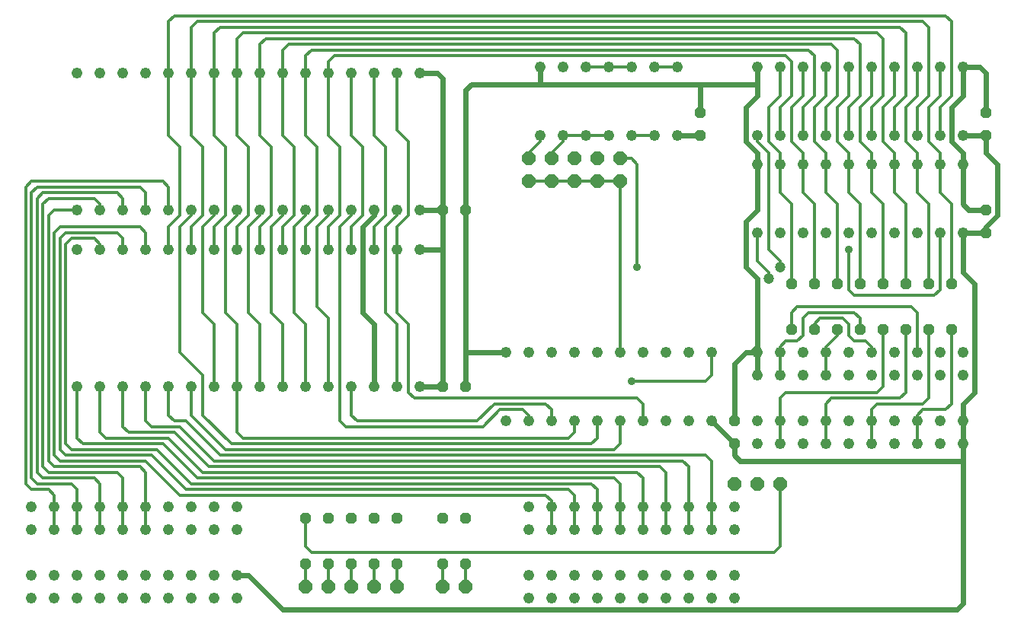
<source format=gbl>
G75*
%MOIN*%
%OFA0B0*%
%FSLAX24Y24*%
%IPPOS*%
%LPD*%
%AMOC8*
5,1,8,0,0,1.08239X$1,22.5*
%
%ADD10C,0.0480*%
%ADD11OC8,0.0600*%
%ADD12OC8,0.0480*%
%ADD13C,0.0240*%
%ADD14C,0.0120*%
%ADD15C,0.0354*%
%ADD16C,0.0472*%
D10*
X000850Y001100D03*
X000850Y002100D03*
X001850Y002100D03*
X002850Y002100D03*
X003850Y002100D03*
X003850Y001100D03*
X002850Y001100D03*
X001850Y001100D03*
X004850Y001100D03*
X005850Y001100D03*
X006850Y001100D03*
X007850Y001100D03*
X007850Y002100D03*
X006850Y002100D03*
X005850Y002100D03*
X004850Y002100D03*
X004850Y004100D03*
X005850Y004100D03*
X006850Y004100D03*
X007850Y004100D03*
X007850Y005100D03*
X006850Y005100D03*
X005850Y005100D03*
X004850Y005100D03*
X003850Y005100D03*
X002850Y005100D03*
X001850Y005100D03*
X001850Y004100D03*
X002850Y004100D03*
X003850Y004100D03*
X000850Y004100D03*
X000850Y005100D03*
X008850Y005100D03*
X009850Y005100D03*
X009850Y004100D03*
X008850Y004100D03*
X008850Y002100D03*
X009850Y002100D03*
X009850Y001100D03*
X008850Y001100D03*
X021600Y008850D03*
X022600Y008850D03*
X023600Y008850D03*
X024600Y008850D03*
X025600Y008850D03*
X026600Y008850D03*
X027600Y008850D03*
X028600Y008850D03*
X029600Y008850D03*
X030600Y008850D03*
X032600Y008850D03*
X033600Y008850D03*
X034600Y008850D03*
X035600Y008850D03*
X036600Y008850D03*
X037600Y008850D03*
X038600Y008850D03*
X039600Y008850D03*
X040600Y008850D03*
X041600Y008850D03*
X041600Y007850D03*
X040600Y007850D03*
X039600Y007850D03*
X038600Y007850D03*
X037600Y007850D03*
X036600Y007850D03*
X035600Y007850D03*
X034600Y007850D03*
X033600Y007850D03*
X032600Y007850D03*
X031600Y005100D03*
X030600Y005100D03*
X029600Y005100D03*
X028600Y005100D03*
X028600Y004100D03*
X029600Y004100D03*
X030600Y004100D03*
X031600Y004100D03*
X031600Y002100D03*
X030600Y002100D03*
X029600Y002100D03*
X028600Y002100D03*
X028600Y001100D03*
X029600Y001100D03*
X030600Y001100D03*
X031600Y001100D03*
X027600Y001100D03*
X026600Y001100D03*
X025600Y001100D03*
X025600Y002100D03*
X026600Y002100D03*
X027600Y002100D03*
X024600Y002100D03*
X023600Y002100D03*
X022600Y002100D03*
X022600Y001100D03*
X023600Y001100D03*
X024600Y001100D03*
X024600Y004100D03*
X023600Y004100D03*
X022600Y004100D03*
X022600Y005100D03*
X023600Y005100D03*
X024600Y005100D03*
X025600Y005100D03*
X026600Y005100D03*
X027600Y005100D03*
X027600Y004100D03*
X026600Y004100D03*
X025600Y004100D03*
X017850Y010350D03*
X016850Y010350D03*
X015850Y010350D03*
X014850Y010350D03*
X013850Y010350D03*
X012850Y010350D03*
X011850Y010350D03*
X010850Y010350D03*
X009850Y010350D03*
X008850Y010350D03*
X007850Y010350D03*
X006850Y010350D03*
X005850Y010350D03*
X004850Y010350D03*
X003850Y010350D03*
X002850Y010350D03*
X002850Y016350D03*
X003850Y016350D03*
X004850Y016350D03*
X005850Y016350D03*
X006850Y016350D03*
X007850Y016350D03*
X008850Y016350D03*
X009850Y016350D03*
X010850Y016350D03*
X011850Y016350D03*
X012850Y016350D03*
X013850Y016350D03*
X014850Y016350D03*
X015850Y016350D03*
X016850Y016350D03*
X017850Y016350D03*
X017850Y018100D03*
X016850Y018100D03*
X015850Y018100D03*
X014850Y018100D03*
X013850Y018100D03*
X012850Y018100D03*
X011850Y018100D03*
X010850Y018100D03*
X009850Y018100D03*
X008850Y018100D03*
X007850Y018100D03*
X006850Y018100D03*
X005850Y018100D03*
X004850Y018100D03*
X003850Y018100D03*
X002850Y018100D03*
X002850Y024100D03*
X003850Y024100D03*
X004850Y024100D03*
X005850Y024100D03*
X006850Y024100D03*
X007850Y024100D03*
X008850Y024100D03*
X009850Y024100D03*
X010850Y024100D03*
X011850Y024100D03*
X012850Y024100D03*
X013850Y024100D03*
X014850Y024100D03*
X015850Y024100D03*
X016850Y024100D03*
X017850Y024100D03*
X023100Y024350D03*
X024100Y024350D03*
X025100Y024350D03*
X026100Y024350D03*
X027100Y024350D03*
X028100Y024350D03*
X029100Y024350D03*
X032600Y024350D03*
X033600Y024350D03*
X034600Y024350D03*
X035600Y024350D03*
X036600Y024350D03*
X037600Y024350D03*
X038600Y024350D03*
X039600Y024350D03*
X040600Y024350D03*
X041600Y024350D03*
X041600Y021350D03*
X040600Y021350D03*
X039600Y021350D03*
X038600Y021350D03*
X037600Y021350D03*
X036600Y021350D03*
X035600Y021350D03*
X034600Y021350D03*
X033600Y021350D03*
X032600Y021350D03*
X032600Y020100D03*
X033600Y020100D03*
X034600Y020100D03*
X035600Y020100D03*
X036600Y020100D03*
X037600Y020100D03*
X038600Y020100D03*
X039600Y020100D03*
X040600Y020100D03*
X041600Y020100D03*
X041600Y017100D03*
X040600Y017100D03*
X039600Y017100D03*
X038600Y017100D03*
X037600Y017100D03*
X036600Y017100D03*
X035600Y017100D03*
X034600Y017100D03*
X033600Y017100D03*
X032600Y017100D03*
X029100Y021350D03*
X028100Y021350D03*
X027100Y021350D03*
X026100Y021350D03*
X025100Y021350D03*
X024100Y021350D03*
X023100Y021350D03*
X022600Y011850D03*
X021600Y011850D03*
X023600Y011850D03*
X024600Y011850D03*
X025600Y011850D03*
X026600Y011850D03*
X027600Y011850D03*
X028600Y011850D03*
X029600Y011850D03*
X030600Y011850D03*
X032600Y011850D03*
X033600Y011850D03*
X034600Y011850D03*
X035600Y011850D03*
X035600Y010850D03*
X034600Y010850D03*
X033600Y010850D03*
X032600Y010850D03*
X036600Y010850D03*
X037600Y010850D03*
X038600Y010850D03*
X038600Y011850D03*
X037600Y011850D03*
X036600Y011850D03*
X039600Y011850D03*
X040600Y011850D03*
X041600Y011850D03*
X041600Y010850D03*
X040600Y010850D03*
X039600Y010850D03*
D11*
X033600Y006100D03*
X032600Y006100D03*
X031600Y006100D03*
X019850Y001600D03*
X018850Y001600D03*
X016850Y001600D03*
X015850Y001600D03*
X014850Y001600D03*
X013850Y001600D03*
X012850Y001600D03*
X022600Y019350D03*
X023600Y019350D03*
X024600Y019350D03*
X025600Y019350D03*
X026600Y019350D03*
X026600Y020350D03*
X025600Y020350D03*
X024600Y020350D03*
X023600Y020350D03*
X022600Y020350D03*
D12*
X019850Y018100D03*
X018850Y018100D03*
X030100Y021350D03*
X030100Y022350D03*
X034100Y014850D03*
X035100Y014850D03*
X036100Y014850D03*
X037100Y014850D03*
X038100Y014850D03*
X039100Y014850D03*
X040100Y014850D03*
X041100Y014850D03*
X041100Y012850D03*
X040100Y012850D03*
X039100Y012850D03*
X038100Y012850D03*
X037100Y012850D03*
X036100Y012850D03*
X035100Y012850D03*
X034100Y012850D03*
X031600Y008850D03*
X031600Y007850D03*
X019850Y010350D03*
X018850Y010350D03*
X018850Y004600D03*
X019850Y004600D03*
X019850Y002600D03*
X018850Y002600D03*
X016850Y002600D03*
X015850Y002600D03*
X014850Y002600D03*
X013850Y002600D03*
X012850Y002600D03*
X012850Y004600D03*
X013850Y004600D03*
X014850Y004600D03*
X015850Y004600D03*
X016850Y004600D03*
X042600Y017100D03*
X042600Y018100D03*
X042600Y021350D03*
X042600Y022350D03*
D13*
X042600Y024100D01*
X042350Y024350D01*
X041600Y024350D01*
X041600Y023100D01*
X041100Y022600D01*
X041100Y021100D01*
X041600Y020600D01*
X041600Y020100D01*
X041600Y018350D01*
X041850Y018100D01*
X042600Y018100D01*
X043100Y017850D02*
X043100Y020100D01*
X042600Y020600D01*
X042600Y021350D01*
X041600Y021350D01*
X043100Y017850D02*
X042600Y017350D01*
X042600Y017100D01*
X041600Y017100D01*
X041600Y015350D01*
X042100Y014850D01*
X042100Y010100D01*
X041600Y009600D01*
X041600Y008850D01*
X041600Y007850D01*
X041600Y007100D01*
X031850Y007100D01*
X031600Y007350D01*
X031600Y007850D01*
X030600Y008850D01*
X031600Y008850D02*
X031600Y011350D01*
X032100Y011850D01*
X032350Y011850D01*
X032600Y012100D01*
X032600Y011850D01*
X032600Y010850D01*
X032600Y012100D02*
X032600Y015100D01*
X032100Y015600D01*
X032100Y017600D01*
X032600Y018100D01*
X032600Y020100D01*
X032600Y020600D01*
X032100Y021100D01*
X032100Y022600D01*
X032600Y023100D01*
X032600Y023600D01*
X032600Y024350D01*
X032600Y023600D02*
X030100Y023600D01*
X030100Y022350D01*
X030100Y021350D02*
X029100Y021350D01*
X030100Y023600D02*
X023100Y023600D01*
X023100Y024350D01*
X023100Y023600D02*
X020100Y023600D01*
X019850Y023350D01*
X019850Y018100D01*
X019850Y011850D01*
X021600Y011850D01*
X019850Y011850D02*
X019850Y010350D01*
X018850Y010350D02*
X017850Y010350D01*
X018850Y010350D02*
X018850Y016350D01*
X017850Y016350D01*
X018850Y016350D02*
X018850Y018100D01*
X018850Y023850D01*
X018600Y024100D01*
X017850Y024100D01*
X017850Y018100D02*
X018850Y018100D01*
X015850Y018100D02*
X015850Y017850D01*
X015350Y017350D01*
X015350Y013600D01*
X015850Y013100D01*
X015850Y010350D01*
X010350Y002100D02*
X009850Y002100D01*
X010350Y002100D02*
X011850Y000600D01*
X041350Y000600D01*
X041600Y000850D01*
X041600Y007100D01*
D14*
X039600Y007850D02*
X039600Y008850D01*
X039600Y009100D01*
X039850Y009350D01*
X040850Y009350D01*
X041100Y009600D01*
X041100Y012850D01*
X040100Y012850D02*
X040100Y009850D01*
X039850Y009600D01*
X037850Y009600D01*
X037600Y009350D01*
X037600Y008850D01*
X037600Y007850D01*
X035600Y007850D02*
X035600Y008850D01*
X035600Y009600D01*
X035850Y009850D01*
X038850Y009850D01*
X039100Y010100D01*
X039100Y012850D01*
X038100Y012850D02*
X038100Y010350D01*
X037850Y010100D01*
X033850Y010100D01*
X033600Y009850D01*
X033600Y008850D01*
X033600Y007850D01*
X033600Y006100D02*
X033600Y003350D01*
X033350Y003100D01*
X013100Y003100D01*
X012850Y003350D01*
X012850Y004600D01*
X012850Y002600D02*
X012850Y001600D01*
X013850Y001600D02*
X013850Y002600D01*
X014850Y002600D02*
X014850Y001600D01*
X015850Y001600D02*
X015850Y002600D01*
X016850Y002600D02*
X016850Y001600D01*
X018850Y001600D02*
X018850Y002600D01*
X019850Y002600D02*
X019850Y001600D01*
X023600Y004100D02*
X023600Y005100D01*
X023600Y005350D01*
X023350Y005600D01*
X007350Y005600D01*
X005850Y007100D01*
X002100Y007100D01*
X001850Y007350D01*
X001850Y017100D01*
X002100Y017350D01*
X005600Y017350D01*
X005850Y017100D01*
X005850Y016350D01*
X004850Y016350D02*
X004850Y016850D01*
X004600Y017100D01*
X002350Y017100D01*
X002100Y016850D01*
X002100Y007600D01*
X002350Y007350D01*
X006100Y007350D01*
X007600Y005850D01*
X024350Y005850D01*
X024600Y005600D01*
X024600Y005100D01*
X024600Y004100D01*
X025600Y004100D02*
X025600Y005100D01*
X025600Y005850D01*
X025350Y006100D01*
X007850Y006100D01*
X006350Y007600D01*
X002600Y007600D01*
X002350Y007850D01*
X002350Y016600D01*
X002600Y016850D01*
X003600Y016850D01*
X003850Y016600D01*
X003850Y016350D01*
X001850Y018100D02*
X001600Y017850D01*
X001600Y007100D01*
X001850Y006850D01*
X005600Y006850D01*
X005850Y006600D01*
X005850Y005100D01*
X005850Y004100D01*
X004850Y004100D02*
X004850Y005100D01*
X004850Y006350D01*
X004600Y006600D01*
X001600Y006600D01*
X001350Y006850D01*
X001350Y018350D01*
X001600Y018600D01*
X003600Y018600D01*
X003850Y018350D01*
X003850Y018100D01*
X002850Y018100D02*
X001850Y018100D01*
X001100Y018600D02*
X001350Y018850D01*
X004600Y018850D01*
X004850Y018600D01*
X004850Y018100D01*
X005850Y018100D02*
X005850Y018850D01*
X005600Y019100D01*
X001100Y019100D01*
X000850Y018850D01*
X000850Y006350D01*
X001100Y006100D01*
X002600Y006100D01*
X002850Y005850D01*
X002850Y005100D01*
X002850Y004100D01*
X001850Y004100D02*
X001850Y005100D01*
X001850Y005600D01*
X001600Y005850D01*
X000850Y005850D01*
X000600Y006100D01*
X000600Y019100D01*
X000850Y019350D01*
X006600Y019350D01*
X006850Y019100D01*
X006850Y018100D01*
X007350Y017850D02*
X006850Y017350D01*
X006850Y016350D01*
X007850Y016350D02*
X007850Y017350D01*
X008350Y017850D01*
X008350Y020850D01*
X007850Y021350D01*
X007850Y024100D01*
X007850Y026100D01*
X008100Y026350D01*
X039850Y026350D01*
X040100Y026100D01*
X040100Y023100D01*
X039600Y022600D01*
X039600Y021350D01*
X040100Y021100D02*
X040600Y020600D01*
X040600Y020100D01*
X040600Y018850D01*
X041100Y018350D01*
X041100Y014850D01*
X040600Y014600D02*
X040350Y014350D01*
X036850Y014350D01*
X036600Y014600D01*
X036600Y016350D01*
X036100Y014850D02*
X036100Y018350D01*
X035600Y018850D01*
X035600Y020100D01*
X035600Y020600D01*
X035100Y021100D01*
X035100Y022600D01*
X035600Y023100D01*
X035600Y024350D01*
X035100Y024850D02*
X034850Y025100D01*
X013100Y025100D01*
X012850Y024850D01*
X012850Y024100D01*
X012850Y021350D01*
X013350Y020850D01*
X013350Y017850D01*
X012850Y017350D01*
X012850Y016350D01*
X013850Y016350D02*
X013850Y017350D01*
X014350Y017850D01*
X014350Y020850D01*
X013850Y021350D01*
X013850Y024100D01*
X013850Y024600D01*
X014100Y024850D01*
X033850Y024850D01*
X034100Y024600D01*
X034100Y023100D01*
X033600Y022600D01*
X033600Y021350D01*
X033100Y021100D02*
X033600Y020600D01*
X033600Y020100D01*
X033600Y018850D01*
X034100Y018350D01*
X034100Y014850D01*
X035100Y014850D02*
X035100Y018350D01*
X034600Y018850D01*
X034600Y020100D01*
X034600Y020600D01*
X034100Y021100D01*
X034100Y022600D01*
X034600Y023100D01*
X034600Y024350D01*
X035100Y024850D02*
X035100Y023100D01*
X034600Y022600D01*
X034600Y021350D01*
X035600Y021350D02*
X035600Y022600D01*
X036100Y023100D01*
X036100Y025100D01*
X035850Y025350D01*
X012100Y025350D01*
X011850Y025100D01*
X011850Y024100D01*
X011850Y021350D01*
X012350Y020850D01*
X012350Y017850D01*
X011850Y017350D01*
X011850Y016350D01*
X010850Y016350D02*
X010850Y017350D01*
X011350Y017850D01*
X011350Y020850D01*
X010850Y021350D01*
X010850Y024100D01*
X010850Y025350D01*
X011100Y025600D01*
X036850Y025600D01*
X037100Y025350D01*
X037100Y023100D01*
X036600Y022600D01*
X036600Y021350D01*
X036100Y021100D02*
X036600Y020600D01*
X036600Y020100D01*
X036600Y018850D01*
X037100Y018350D01*
X037100Y014850D01*
X038100Y014850D02*
X038100Y018350D01*
X037600Y018850D01*
X037600Y020100D01*
X037600Y020600D01*
X037100Y021100D01*
X037100Y022600D01*
X037600Y023100D01*
X037600Y024350D01*
X036600Y024350D02*
X036600Y023100D01*
X036100Y022600D01*
X036100Y021100D01*
X037600Y021350D02*
X037600Y022600D01*
X038100Y023100D01*
X038100Y025600D01*
X037850Y025850D01*
X010100Y025850D01*
X009850Y025600D01*
X009850Y024100D01*
X009850Y021350D01*
X010350Y020850D01*
X010350Y017850D01*
X009850Y017350D01*
X009850Y016350D01*
X008850Y016350D02*
X008850Y017350D01*
X009350Y017850D01*
X009350Y020850D01*
X008850Y021350D01*
X008850Y024100D01*
X008850Y025850D01*
X009100Y026100D01*
X038850Y026100D01*
X039100Y025850D01*
X039100Y023100D01*
X038600Y022600D01*
X038600Y021350D01*
X038100Y021100D02*
X038600Y020600D01*
X038600Y020100D01*
X038600Y018850D01*
X039100Y018350D01*
X039100Y014850D01*
X040100Y014850D02*
X040100Y018350D01*
X039600Y018850D01*
X039600Y020100D01*
X039600Y020600D01*
X039100Y021100D01*
X039100Y022600D01*
X039600Y023100D01*
X039600Y024350D01*
X040600Y024350D02*
X040600Y023100D01*
X040100Y022600D01*
X040100Y021100D01*
X040600Y021350D02*
X040600Y022600D01*
X041100Y023100D01*
X041100Y026350D01*
X040850Y026600D01*
X007100Y026600D01*
X006850Y026350D01*
X006850Y024100D01*
X006850Y021350D01*
X007350Y020850D01*
X007350Y017850D01*
X007350Y017350D02*
X007350Y011850D01*
X008350Y010850D01*
X008350Y009100D01*
X009600Y007850D01*
X025350Y007850D01*
X025600Y008100D01*
X025600Y008850D01*
X026600Y008850D02*
X026600Y007850D01*
X026350Y007600D01*
X009350Y007600D01*
X007850Y009100D01*
X007850Y010350D01*
X006850Y010350D02*
X006850Y009100D01*
X007100Y008850D01*
X007600Y008850D01*
X009100Y007350D01*
X030350Y007350D01*
X030600Y007100D01*
X030600Y005100D01*
X030600Y004100D01*
X029600Y004100D02*
X029600Y005100D01*
X029600Y006850D01*
X029350Y007100D01*
X008850Y007100D01*
X007350Y008600D01*
X006100Y008600D01*
X005850Y008850D01*
X005850Y010350D01*
X004850Y010350D02*
X004850Y008600D01*
X005100Y008350D01*
X007100Y008350D01*
X008600Y006850D01*
X028350Y006850D01*
X028600Y006600D01*
X028600Y005100D01*
X028600Y004100D01*
X027600Y004100D02*
X027600Y005100D01*
X027600Y006350D01*
X027350Y006600D01*
X008350Y006600D01*
X006850Y008100D01*
X004100Y008100D01*
X003850Y008350D01*
X003850Y010350D01*
X002850Y010350D02*
X002850Y008100D01*
X003100Y007850D01*
X006600Y007850D01*
X008100Y006350D01*
X026350Y006350D01*
X026600Y006100D01*
X026600Y005100D01*
X026600Y004100D01*
X024350Y008100D02*
X024600Y008350D01*
X024600Y008850D01*
X023600Y008850D02*
X023600Y009350D01*
X023350Y009600D01*
X021100Y009600D01*
X020350Y008850D01*
X015100Y008850D01*
X014850Y009100D01*
X014850Y010350D01*
X013850Y010350D02*
X013850Y013350D01*
X013350Y013850D01*
X013350Y017350D01*
X013850Y017850D01*
X013850Y018100D01*
X014350Y017350D02*
X014850Y017850D01*
X014850Y018100D01*
X015350Y017850D02*
X014850Y017350D01*
X014850Y016350D01*
X015850Y016350D02*
X015850Y017350D01*
X016350Y017850D01*
X016350Y020850D01*
X015850Y021350D01*
X015850Y024100D01*
X016850Y024100D02*
X016850Y021600D01*
X017350Y021100D01*
X017350Y017850D01*
X016850Y017350D01*
X016850Y016350D01*
X016850Y013600D01*
X017350Y013100D01*
X017350Y010100D01*
X017600Y009850D01*
X027350Y009850D01*
X027600Y009600D01*
X027600Y008850D01*
X027100Y010600D02*
X030350Y010600D01*
X030600Y010850D01*
X030600Y011850D01*
X033600Y011850D02*
X033600Y010850D01*
X033600Y011850D02*
X033600Y012100D01*
X033850Y012350D01*
X034350Y012350D01*
X034600Y012600D01*
X034600Y013350D01*
X034850Y013600D01*
X036850Y013600D01*
X037100Y013350D01*
X037100Y012850D01*
X036600Y012600D02*
X036850Y012350D01*
X037350Y012350D01*
X037600Y012100D01*
X037600Y011850D01*
X036600Y012600D02*
X036600Y013100D01*
X036350Y013350D01*
X035350Y013350D01*
X035100Y013100D01*
X035100Y012850D01*
X034100Y012850D02*
X034100Y013600D01*
X034350Y013850D01*
X039350Y013850D01*
X039600Y013600D01*
X039600Y011850D01*
X036100Y012600D02*
X036100Y012850D01*
X036100Y012600D02*
X035600Y012100D01*
X035600Y011850D01*
X035600Y010850D01*
X040600Y014600D02*
X040600Y017100D01*
X038100Y021100D02*
X038100Y022600D01*
X038600Y023100D01*
X038600Y024350D01*
X033600Y024350D02*
X033600Y023100D01*
X033100Y022600D01*
X033100Y021100D01*
X032600Y021100D02*
X032600Y021350D01*
X032600Y021100D02*
X033100Y020600D01*
X033100Y016350D01*
X033600Y015850D01*
X033600Y015600D01*
X033100Y015350D02*
X032600Y015850D01*
X032600Y017100D01*
X033100Y015350D02*
X033100Y015100D01*
X027350Y015600D02*
X027350Y020100D01*
X027100Y020350D01*
X026600Y020350D01*
X026100Y021350D02*
X025100Y021350D01*
X024100Y021350D01*
X024100Y021100D01*
X023600Y020600D01*
X023600Y020350D01*
X023100Y021100D02*
X023100Y021350D01*
X023100Y021100D02*
X022600Y020600D01*
X022600Y020350D01*
X022600Y019350D02*
X023600Y019350D01*
X024600Y019350D01*
X025600Y019350D01*
X026600Y019350D01*
X026600Y011850D01*
X022600Y009100D02*
X022600Y008850D01*
X022600Y009100D02*
X022350Y009350D01*
X021350Y009350D01*
X020600Y008600D01*
X014600Y008600D01*
X014350Y008850D01*
X014350Y017350D01*
X015350Y017850D02*
X015350Y020850D01*
X014850Y021350D01*
X014850Y024100D01*
X012850Y018100D02*
X012850Y017850D01*
X012350Y017350D01*
X012350Y013600D01*
X012850Y013100D01*
X012850Y010350D01*
X011850Y010350D02*
X011850Y013100D01*
X011350Y013600D01*
X011350Y017350D01*
X011850Y017850D01*
X011850Y018100D01*
X010850Y018100D02*
X010850Y017850D01*
X010350Y017350D01*
X010350Y013600D01*
X010850Y013100D01*
X010850Y010350D01*
X009850Y010350D02*
X009850Y008350D01*
X010100Y008100D01*
X024350Y008100D01*
X016850Y010350D02*
X016850Y013100D01*
X016350Y013600D01*
X016350Y017350D01*
X016850Y017850D01*
X016850Y018100D01*
X009850Y018100D02*
X009850Y017850D01*
X009350Y017350D01*
X009350Y013600D01*
X009850Y013100D01*
X009850Y010350D01*
X008850Y010350D02*
X008850Y013100D01*
X008350Y013600D01*
X008350Y017350D01*
X008850Y017850D01*
X008850Y018100D01*
X007850Y018100D02*
X007850Y017850D01*
X007350Y017350D01*
X001100Y018600D02*
X001100Y006600D01*
X001350Y006350D01*
X003600Y006350D01*
X003850Y006100D01*
X003850Y005100D01*
X003850Y004100D01*
X027100Y021350D02*
X028100Y021350D01*
X028100Y024350D02*
X029100Y024350D01*
X027100Y024350D02*
X026100Y024350D01*
X025100Y024350D01*
D15*
X036600Y016350D03*
X027350Y015600D03*
X027100Y010600D03*
D16*
X033100Y015100D03*
X033600Y015600D03*
M02*

</source>
